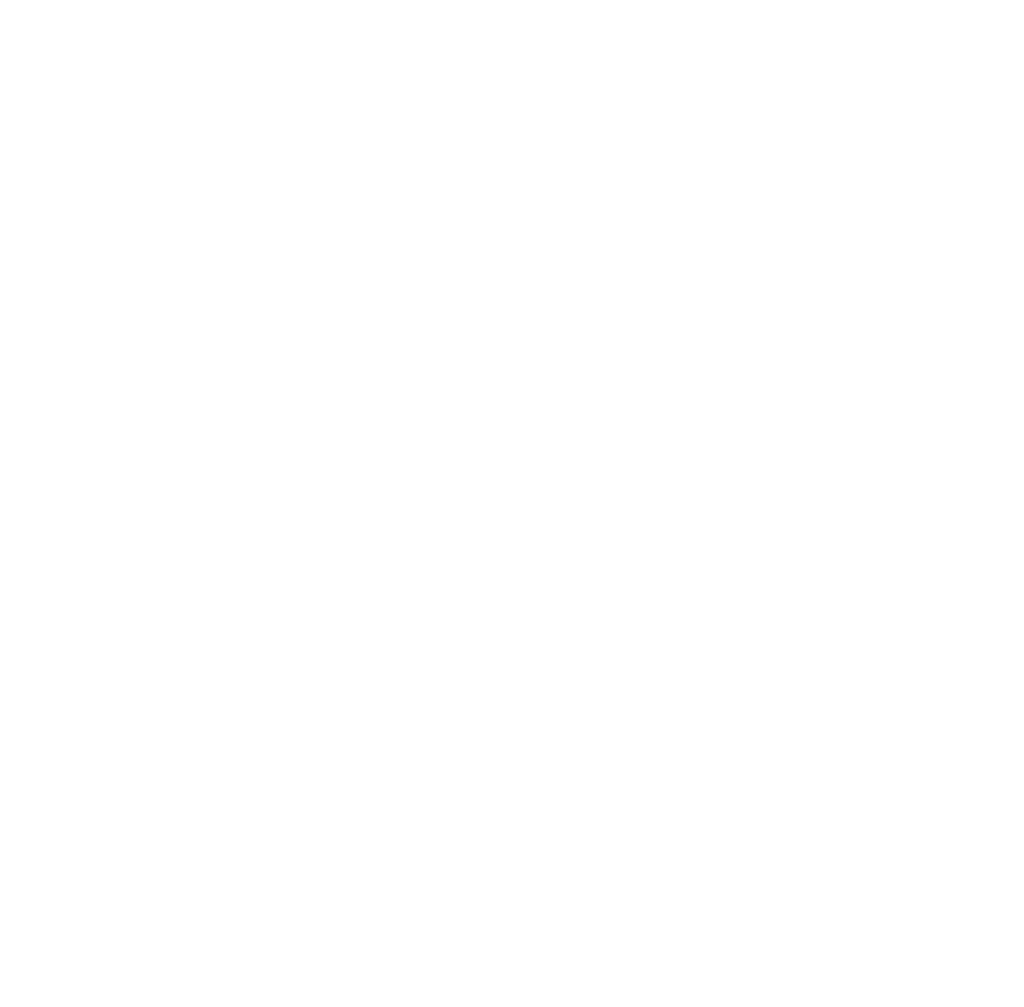
<source format=kicad_pcb>
(kicad_pcb (version 20171130) (host pcbnew "(5.0.1)-4")

  (general
    (thickness 1.6)
    (drawings 13)
    (tracks 0)
    (zones 0)
    (modules 0)
    (nets 1)
  )

  (page A4)
  (layers
    (0 F.Cu signal)
    (31 B.Cu signal)
    (32 B.Adhes user)
    (33 F.Adhes user)
    (34 B.Paste user)
    (35 F.Paste user)
    (36 B.SilkS user)
    (37 F.SilkS user)
    (38 B.Mask user)
    (39 F.Mask user)
    (40 Dwgs.User user)
    (41 Cmts.User user)
    (42 Eco1.User user)
    (43 Eco2.User user)
    (44 Edge.Cuts user)
    (45 Margin user)
    (46 B.CrtYd user)
    (47 F.CrtYd user)
    (48 B.Fab user)
    (49 F.Fab user)
  )

  (setup
    (last_trace_width 0.25)
    (trace_clearance 0.2)
    (zone_clearance 0.508)
    (zone_45_only no)
    (trace_min 0.2)
    (segment_width 0.3)
    (edge_width 0.2)
    (via_size 0.8)
    (via_drill 0.4)
    (via_min_size 0.4)
    (via_min_drill 0.3)
    (uvia_size 0.3)
    (uvia_drill 0.1)
    (uvias_allowed no)
    (uvia_min_size 0.2)
    (uvia_min_drill 0.1)
    (pcb_text_width 0.3)
    (pcb_text_size 1.5 1.5)
    (mod_edge_width 0.15)
    (mod_text_size 1 1)
    (mod_text_width 0.15)
    (pad_size 1.524 1.524)
    (pad_drill 0.762)
    (pad_to_mask_clearance 0.051)
    (solder_mask_min_width 0.25)
    (aux_axis_origin 0 0)
    (visible_elements 7FFFFFFF)
    (pcbplotparams
      (layerselection 0x010f0_ffffffff)
      (usegerberextensions false)
      (usegerberattributes false)
      (usegerberadvancedattributes false)
      (creategerberjobfile false)
      (excludeedgelayer true)
      (linewidth 0.100000)
      (plotframeref false)
      (viasonmask false)
      (mode 1)
      (useauxorigin false)
      (hpglpennumber 1)
      (hpglpenspeed 20)
      (hpglpendiameter 15.000000)
      (psnegative false)
      (psa4output false)
      (plotreference true)
      (plotvalue true)
      (plotinvisibletext false)
      (padsonsilk false)
      (subtractmaskfromsilk false)
      (outputformat 1)
      (mirror false)
      (drillshape 0)
      (scaleselection 1)
      (outputdirectory ""))
  )

  (net 0 "")

  (net_class Default "This is the default net class."
    (clearance 0.2)
    (trace_width 0.25)
    (via_dia 0.8)
    (via_drill 0.4)
    (uvia_dia 0.3)
    (uvia_drill 0.1)
  )

  (gr_circle (center 32.85 3.012451) (end 34.45 3.212451) (layer Eco2.User) (width 0.2) (tstamp 5DB256B3))
  (gr_circle (center 32.85 36.662451) (end 34.45 36.862451) (layer Eco2.User) (width 0.2) (tstamp 5DB256AC))
  (gr_circle (center 7.5 36.662451) (end 9.1 36.862451) (layer Eco2.User) (width 0.2) (tstamp 5DB256AA))
  (gr_circle (center 7.5 3) (end 9.1 3.2) (layer Eco2.User) (width 0.2))
  (gr_circle (center 15.65 21.9) (end 17.25 21.9) (layer Eco2.User) (width 0.2) (tstamp 5DB25620))
  (gr_circle (center 15.65 17.9) (end 17.25 17.9) (layer Eco2.User) (width 0.2))
  (gr_circle (center 27.100357 19.700357) (end 30.600357 19.650357) (layer Eco2.User) (width 0.2))
  (gr_circle (center 7.15 25.75) (end 10.3 25.75) (layer Eco2.User) (width 0.2) (tstamp 5DB2558B))
  (gr_circle (center 7.15 13.7) (end 10.3 13.7) (layer Eco2.User) (width 0.2))
  (gr_line (start 40.3 0) (end 40.3 39.65) (layer Eco2.User) (width 0.2))
  (gr_line (start 0 0) (end 40.3 0) (layer Eco2.User) (width 0.2))
  (gr_line (start 0 39.65) (end 40.3 39.65) (layer Eco2.User) (width 0.2))
  (gr_line (start 0 0) (end 0 39.65) (layer Eco2.User) (width 0.2))

)

</source>
